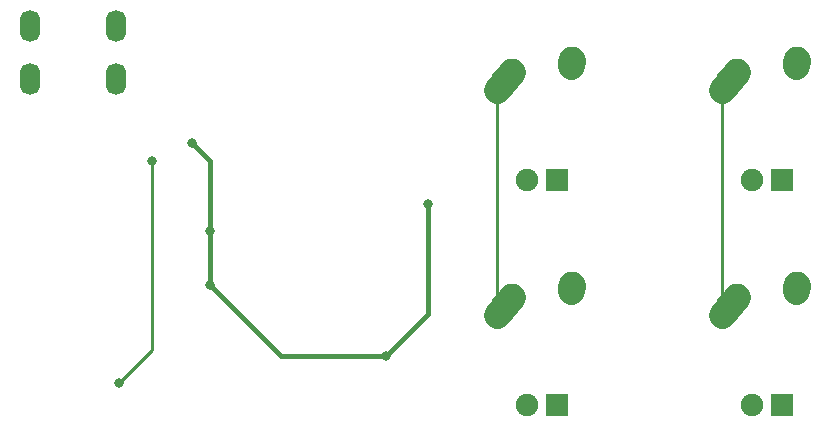
<source format=gtl>
G04 #@! TF.GenerationSoftware,KiCad,Pcbnew,(5.1.2)-1*
G04 #@! TF.CreationDate,2019-06-01T19:46:38-07:00*
G04 #@! TF.ProjectId,ai03-pcb-guide,61693033-2d70-4636-922d-67756964652e,rev?*
G04 #@! TF.SameCoordinates,Original*
G04 #@! TF.FileFunction,Copper,L1,Top*
G04 #@! TF.FilePolarity,Positive*
%FSLAX46Y46*%
G04 Gerber Fmt 4.6, Leading zero omitted, Abs format (unit mm)*
G04 Created by KiCad (PCBNEW (5.1.2)-1) date 2019-06-01 19:46:38*
%MOMM*%
%LPD*%
G04 APERTURE LIST*
%ADD10R,1.905000X1.905000*%
%ADD11C,1.905000*%
%ADD12C,2.250000*%
%ADD13C,2.250000*%
%ADD14O,1.700000X2.700000*%
%ADD15C,0.800000*%
%ADD16C,0.381000*%
%ADD17C,0.254000*%
G04 APERTURE END LIST*
D10*
X99695000Y-95567500D03*
D11*
X97155000Y-95567500D03*
D12*
X95925000Y-86487500D03*
X95270001Y-87217500D03*
D13*
X94615000Y-87947500D02*
X95925002Y-86487500D01*
D12*
X100965000Y-85407500D03*
X100945000Y-85697500D03*
D13*
X100925000Y-85987500D02*
X100965000Y-85407500D01*
D10*
X80645000Y-95567500D03*
D11*
X78105000Y-95567500D03*
D12*
X76875000Y-86487500D03*
X76220001Y-87217500D03*
D13*
X75565000Y-87947500D02*
X76875002Y-86487500D01*
D12*
X81915000Y-85407500D03*
X81895000Y-85697500D03*
D13*
X81875000Y-85987500D02*
X81915000Y-85407500D01*
D10*
X99695000Y-76517500D03*
D11*
X97155000Y-76517500D03*
D12*
X95925000Y-67437500D03*
X95270001Y-68167500D03*
D13*
X94615000Y-68897500D02*
X95925002Y-67437500D01*
D12*
X100965000Y-66357500D03*
X100945000Y-66647500D03*
D13*
X100925000Y-66937500D02*
X100965000Y-66357500D01*
D10*
X80645000Y-76517500D03*
D11*
X78105000Y-76517500D03*
D12*
X76875000Y-67437500D03*
X76220001Y-68167500D03*
D13*
X75565000Y-68897500D02*
X76875002Y-67437500D01*
D12*
X81915000Y-66357500D03*
X81895000Y-66647500D03*
D13*
X81875000Y-66937500D02*
X81915000Y-66357500D01*
D14*
X36037500Y-68000000D03*
X43337500Y-68000000D03*
X43337500Y-63500000D03*
X36037500Y-63500000D03*
D15*
X51308000Y-80899000D03*
X51308000Y-85471000D03*
X49784000Y-73406000D03*
X69723000Y-78613000D03*
X66167000Y-91440000D03*
X43561000Y-93726000D03*
X46355000Y-74930000D03*
D16*
X51308000Y-80899000D02*
X51308000Y-82677000D01*
X51308000Y-82677000D02*
X51308000Y-85471000D01*
X51308000Y-80899000D02*
X51308000Y-74930000D01*
X51308000Y-74930000D02*
X49784000Y-73406000D01*
X69723000Y-78613000D02*
X69723000Y-87884000D01*
X69723000Y-87884000D02*
X66167000Y-91440000D01*
X57277000Y-91440000D02*
X51308000Y-85471000D01*
X66167000Y-91440000D02*
X57277000Y-91440000D01*
D17*
X75565000Y-68897500D02*
X75565000Y-87947500D01*
X94615000Y-68897500D02*
X94615000Y-87947500D01*
X43561000Y-93726000D02*
X46355000Y-90932000D01*
X46355000Y-90932000D02*
X46355000Y-74930000D01*
M02*

</source>
